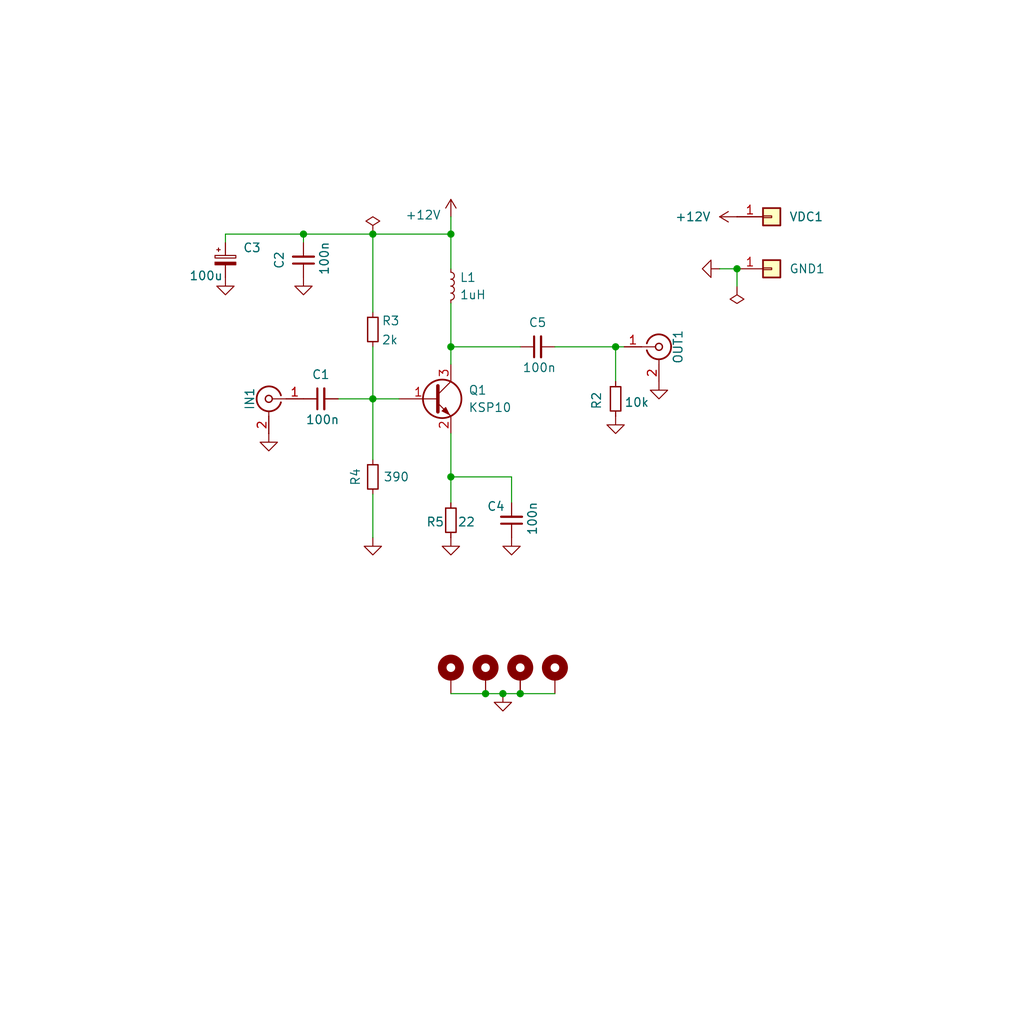
<source format=kicad_sch>
(kicad_sch (version 20240417) (generator "eeschema") (generator_version "8.99")
  (paper "User" 150.012 150.012)
  (title_block (title "Antenna Amplifier") (date "2024-05-29") (rev "0.01") (company "Dhiru Kholia (VU3CER)"))
  (lib_symbols
    (symbol "+12V_1" (power) (pin_numbers hide) (pin_names (offset 0) hide)
      (property "Value" "+12V" (at 0 3.556 0))
      (symbol "+12V_1_0_1"
        (polyline (pts (xy -0.762 1.27) (xy 0 2.54)))
        (polyline (pts (xy 0 2.54) (xy 0.762 1.27)))
        (polyline (pts (xy 0 0) (xy 0 2.54)))
      )
      (symbol "+12V_1_1_1"
        (pin power_in line (at 0 0 90) (length 0) (name "~") (number "1"))
      )
    )
    (symbol "Conn_Coaxial_1" (pin_names (offset 1.016) hide)
      (property "Reference" "J" (at 0.254 3.048 0))
      (property "Value" "Conn_Coaxial" (at 2.921 0 90))
      (symbol "Conn_Coaxial_1_0_1"
        (polyline (pts (xy -2.54 0) (xy -0.508 0)))
        (arc (start 1.778 0) (mid 0.222 -1.8079) (end -1.778 -0.508) (stroke (width 0.254)))
        (arc (start -1.778 0.508) (mid 0.2221 1.8084) (end 1.778 0) (stroke (width 0.254)))
        (circle (center 0 0) (radius 0.508) (stroke (width 0.2032)))
        (polyline (pts (xy 0 -2.54) (xy 0 -1.778)))
      )
      (symbol "Conn_Coaxial_1_1_1"
        (pin passive line (at -5.08 0 0) (length 2.54) (name "In") (number "1"))
        (pin passive line (at 0 -5.08 90) (length 2.54) (name "Ext") (number "2"))
      )
    )
    (symbol "Connector:Conn_Coaxial" (pin_names (offset 1.016) hide)
      (property "Reference" "J" (at 0.254 3.048 0))
      (property "Value" "Conn_Coaxial" (at 2.921 0 90))
      (symbol "Conn_Coaxial_0_1"
        (polyline (pts (xy -2.54 0) (xy -0.508 0)))
        (arc (start 1.778 0) (mid 0.222 -1.8079) (end -1.778 -0.508) (stroke (width 0.254)))
        (arc (start -1.778 0.508) (mid 0.2221 1.8084) (end 1.778 0) (stroke (width 0.254)))
        (circle (center 0 0) (radius 0.508) (stroke (width 0.2032)))
        (polyline (pts (xy 0 -2.54) (xy 0 -1.778)))
      )
      (symbol "Conn_Coaxial_1_1"
        (pin passive line (at -5.08 0 0) (length 2.54) (name "In") (number "1"))
        (pin passive line (at 0 -5.08 90) (length 2.54) (name "Ext") (number "2"))
      )
    )
    (symbol "Connector_Generic:Conn_01x01" (pin_names (offset 1.016) hide)
      (property "Reference" "J" (at 0 2.54 0))
      (property "Value" "Conn_01x01" (at 0 -2.54 0))
      (symbol "Conn_01x01_1_1"
        (rectangle (start -1.27 1.27) (end 1.27 -1.27) (stroke (width 0.254)) (fill (type background)))
        (rectangle (start -1.27 0.127) (end 0 -0.127) (stroke (width 0.1524)))
        (pin passive line (at -5.08 0 0) (length 3.81) (name "Pin_1") (number "1"))
      )
    )
    (symbol "Device:C_Polarized_Small" (pin_numbers hide) (pin_names (offset 0.254) hide)
      (property "Reference" "C" (at 0.254 1.778 0))
      (property "Value" "C_Polarized_Small" (at 0.254 -2.032 0))
      (symbol "C_Polarized_Small_0_1"
        (rectangle (start -1.524 0.6858) (end 1.524 0.3048))
        (rectangle (start -1.524 -0.3048) (end 1.524 -0.6858) (fill (type outline)))
        (polyline (pts (xy -1.27 1.524) (xy -0.762 1.524)))
        (polyline (pts (xy -1.016 1.27) (xy -1.016 1.778)))
      )
      (symbol "C_Polarized_Small_1_1"
        (pin passive line (at 0 2.54 270) (length 1.8542) (name "~") (number "1"))
        (pin passive line (at 0 -2.54 90) (length 1.8542) (name "~") (number "2"))
      )
    )
    (symbol "Device:C_Small" (pin_numbers hide) (pin_names (offset 0.254) hide)
      (property "Reference" "C" (at 0.254 1.778 0))
      (property "Value" "C_Small" (at 0.254 -2.032 0))
      (symbol "C_Small_0_1"
        (polyline (pts (xy -1.524 0.508) (xy 1.524 0.508)) (stroke (width 0.3048)))
        (polyline (pts (xy -1.524 -0.508) (xy 1.524 -0.508)) (stroke (width 0.3302)))
      )
      (symbol "C_Small_1_1"
        (pin passive line (at 0 2.54 270) (length 2.032) (name "~") (number "1"))
        (pin passive line (at 0 -2.54 90) (length 2.032) (name "~") (number "2"))
      )
    )
    (symbol "Device:L_Small" (pin_numbers hide) (pin_names (offset 0.254) hide)
      (property "Reference" "L" (at 0.762 1.016 0))
      (property "Value" "L_Small" (at 0.762 -1.016 0))
      (symbol "L_Small_0_1"
        (arc (start 0 2.032) (mid 0.5058 1.524) (end 0 1.016))
        (arc (start 0 1.016) (mid 0.5058 0.508) (end 0 0))
        (arc (start 0 0) (mid 0.5058 -0.508) (end 0 -1.016))
        (arc (start 0 -1.016) (mid 0.5058 -1.524) (end 0 -2.032))
      )
      (symbol "L_Small_1_1"
        (pin passive line (at 0 2.54 270) (length 0.508) (name "~") (number "1"))
        (pin passive line (at 0 -2.54 90) (length 0.508) (name "~") (number "2"))
      )
    )
    (symbol "Device:Q_NPN_BEC" (pin_names (offset 0) hide)
      (property "Reference" "Q" (at 5.08 1.27 0))
      (property "Value" "Q_NPN_BEC" (at 5.08 -1.27 0))
      (symbol "Q_NPN_BEC_0_1"
        (polyline (pts (xy 0.635 1.905) (xy 0.635 -1.905) (xy 0.635 -1.905)) (stroke (width 0.508)))
        (polyline (pts (xy 0.635 0.635) (xy 2.54 2.54)))
        (polyline (pts (xy 0.635 -0.635) (xy 2.54 -2.54) (xy 2.54 -2.54)))
        (circle (center 1.27 0) (radius 2.8194) (stroke (width 0.254)))
        (polyline (pts (xy 1.27 -1.778) (xy 1.778 -1.27) (xy 2.286 -2.286) (xy 1.27 -1.778) (xy 1.27 -1.778)) (fill (type outline)))
      )
      (symbol "Q_NPN_BEC_1_1"
        (pin input line (at -5.08 0 0) (length 5.715) (name "B") (number "1"))
        (pin passive line (at 2.54 -5.08 90) (length 2.54) (name "E") (number "2"))
        (pin passive line (at 2.54 5.08 270) (length 2.54) (name "C") (number "3"))
      )
    )
    (symbol "Device:R_Small" (pin_numbers hide) (pin_names (offset 0.254) hide)
      (property "Reference" "R" (at 0.762 0.508 0))
      (property "Value" "R_Small" (at 0.762 -1.016 0))
      (symbol "R_Small_0_1"
        (rectangle (start -0.762 1.778) (end 0.762 -1.778) (stroke (width 0.2032)))
      )
      (symbol "R_Small_1_1"
        (pin passive line (at 0 2.54 270) (length 0.762) (name "~") (number "1"))
        (pin passive line (at 0 -2.54 90) (length 0.762) (name "~") (number "2"))
      )
    )
    (symbol "Mechanical:MountingHole_Pad" (pin_numbers hide) (pin_names (offset 1.016) hide)
      (property "Reference" "H" (at 0 6.35 0))
      (property "Value" "MountingHole_Pad" (at 0 4.445 0))
      (symbol "MountingHole_Pad_0_1"
        (circle (center 0 1.27) (radius 1.27) (stroke (width 1.27)))
      )
      (symbol "MountingHole_Pad_1_1"
        (pin input line (at 0 -2.54 90) (length 2.54) (name "1") (number "1"))
      )
    )
    (symbol "PCM_4ms_Power-symbol:PWR_FLAG" (power) (pin_numbers hide) (pin_names (offset 0) hide)
      (property "Value" "PWR_FLAG" (at 0 3.81 0))
      (symbol "PWR_FLAG_0_0"
        (pin power_out line (at 0 0 90) (length 0) (name "pwr") (number "1"))
      )
      (symbol "PWR_FLAG_0_1"
        (polyline (pts (xy 0 0) (xy 0 1.27) (xy -1.016 1.905) (xy 0 2.54) (xy 1.016 1.905) (xy 0 1.27)))
      )
    )
    (symbol "power:+12V" (power) (pin_numbers hide) (pin_names (offset 0) hide)
      (property "Value" "+12V" (at 0 3.556 0))
      (symbol "+12V_0_1"
        (polyline (pts (xy -0.762 1.27) (xy 0 2.54)))
        (polyline (pts (xy 0 2.54) (xy 0.762 1.27)))
        (polyline (pts (xy 0 0) (xy 0 2.54)))
      )
      (symbol "+12V_1_1"
        (pin power_in line (at 0 0 90) (length 0) (name "~") (number "1"))
      )
    )
    (symbol "power:GND" (power) (pin_numbers hide) (pin_names (offset 0) hide)
      (property "Value" "GND" (at 0 -3.81 0))
      (symbol "GND_0_1"
        (polyline (pts (xy 0 0) (xy 0 -1.27) (xy 1.27 -1.27) (xy 0 -2.54) (xy -1.27 -1.27) (xy 0 -1.27)))
      )
      (symbol "GND_1_1"
        (pin power_in line (at 0 0 270) (length 0) (name "~") (number "1"))
      )
    )
    (symbol "power:PWR_FLAG" (power) (pin_numbers hide) (pin_names (offset 0) hide)
      (property "Value" "PWR_FLAG" (at 0 3.81 0))
      (symbol "PWR_FLAG_0_0"
        (pin power_out line (at 0 0 90) (length 0) (name "~") (number "1"))
      )
      (symbol "PWR_FLAG_0_1"
        (polyline (pts (xy 0 0) (xy 0 1.27) (xy -1.016 1.905) (xy 0 2.54) (xy 1.016 1.905) (xy 0 1.27)))
      )
    )
  )
  (junction (at 54.61 58.42))
  (junction (at 107.95 39.37))
  (junction (at 90.17 50.8))
  (junction (at 66.04 69.85))
  (junction (at 44.45 34.29))
  (junction (at 54.61 34.29))
  (junction (at 76.2 101.6))
  (junction (at 66.04 34.29))
  (junction (at 73.66 101.6))
  (junction (at 66.04 50.8))
  (junction (at 71.12 101.6))
  (wire (pts (xy 81.28 50.8) (xy 90.17 50.8)))
  (wire (pts (xy 54.61 34.29) (xy 54.61 45.72)))
  (wire (pts (xy 33.02 35.56) (xy 33.02 34.29)))
  (wire (pts (xy 71.12 101.6) (xy 73.66 101.6)))
  (wire (pts (xy 66.04 44.45) (xy 66.04 50.8)))
  (wire (pts (xy 66.04 31.75) (xy 66.04 34.29)))
  (wire (pts (xy 107.95 39.37) (xy 107.95 41.91)))
  (wire (pts (xy 74.93 73.66) (xy 74.93 69.85)))
  (wire (pts (xy 74.93 69.85) (xy 66.04 69.85)))
  (wire (pts (xy 66.04 50.8) (xy 76.2 50.8)))
  (wire (pts (xy 49.53 58.42) (xy 54.61 58.42)))
  (wire (pts (xy 66.04 101.6) (xy 71.12 101.6)))
  (wire (pts (xy 33.02 34.29) (xy 44.45 34.29)))
  (wire (pts (xy 66.04 34.29) (xy 66.04 39.37)))
  (wire (pts (xy 54.61 67.31) (xy 54.61 58.42)))
  (wire (pts (xy 90.17 55.88) (xy 90.17 50.8)))
  (wire (pts (xy 54.61 34.29) (xy 66.04 34.29)))
  (wire (pts (xy 90.17 50.8) (xy 91.44 50.8)))
  (wire (pts (xy 44.45 34.29) (xy 44.45 35.56)))
  (wire (pts (xy 76.2 101.6) (xy 81.28 101.6)))
  (wire (pts (xy 66.04 53.34) (xy 66.04 50.8)))
  (wire (pts (xy 105.41 39.37) (xy 107.95 39.37)))
  (wire (pts (xy 44.45 34.29) (xy 54.61 34.29)))
  (wire (pts (xy 54.61 72.39) (xy 54.61 78.74)))
  (wire (pts (xy 66.04 63.5) (xy 66.04 69.85)))
  (wire (pts (xy 54.61 58.42) (xy 58.42 58.42)))
  (wire (pts (xy 54.61 50.8) (xy 54.61 58.42)))
  (wire (pts (xy 73.66 101.6) (xy 76.2 101.6)))
  (wire (pts (xy 66.04 69.85) (xy 66.04 73.66)))
  (symbol (lib_id "power:GND") (at 105.41 39.37 270) (unit 1)
    (property "Reference" "#PWR07" (effects (hide yes)))
    (property "Value" "GND" (effects (hide yes)))
    (property "Description" "Power symbol creates a global label with name \"GND\" , ground" (effects (hide yes)))
  )
  (symbol (lib_id "Mechanical:MountingHole_Pad") (at 71.12 99.06 0) (unit 1)
    (property "Reference" "H2" (effects (hide yes)))
    (property "Value" "MountingHole_Pad" (effects (hide yes)))
    (property "Footprint" "MountingHole:MountingHole_2.2mm_M2_Pad_Via" (effects (hide yes)))
  )
  (symbol (lib_id "Device:L_Small") (at 66.04 41.91 0) (unit 1)
    (property "Reference" "L1" (at 67.31 40.6399 0) (effects (justify left)))
    (property "Value" "1uH" (at 67.31 43.1799 0) (effects (justify left)))
    (property "Footprint" "Inductor_THT:L_Axial_L5.3mm_D2.2mm_P2.54mm_Vertical_Vishay_IM-1" (effects (hide yes)))
    (property "Description" "Inductor, small symbol" (effects (hide yes)))
  )
  (symbol (lib_name "Conn_Coaxial_1") (lib_id "Connector:Conn_Coaxial") (at 39.37 58.42 0) (mirror y) (unit 1)
    (property "Reference" "IN1" (at 36.576 58.42 90))
    (property "Value" "SMA" (effects (hide yes)))
    (property "Footprint" "Connector_Coaxial:SMA_Samtec_SMA-J-P-H-ST-EM1_EdgeMount" (effects (hide yes)))
    (property "Description" "coaxial connector (BNC, SMA, SMB, SMC, Cinch/RCA, LEMO, ...)" (effects (hide yes)))
  )
  (symbol (lib_id "Device:Q_NPN_BEC") (at 63.5 58.42 0) (unit 1)
    (property "Reference" "Q1" (at 68.58 57.1499 0) (effects (justify left)))
    (property "Value" "KSP10" (at 68.58 59.6899 0) (effects (justify left)))
    (property "Footprint" "Connector_PinSocket_2.54mm:PinSocket_1x03_P2.54mm_Vertical" (effects (hide yes)))
    (property "Description" "NPN transistor, base/emitter/collector" (effects (hide yes)))
  )
  (symbol (lib_id "Device:C_Small") (at 74.93 76.2 180) (unit 1)
    (property "Reference" "C4" (at 72.644 74.168 0))
    (property "Value" "100n" (at 77.978 75.946 90))
    (property "Footprint" "Capacitor_SMD:C_1206_3216Metric_Pad1.33x1.80mm_HandSolder" (effects (hide yes)))
    (property "Description" "Unpolarized capacitor, small symbol" (effects (hide yes)))
  )
  (symbol (lib_id "Device:R_Small") (at 54.61 69.85 180) (unit 1)
    (property "Reference" "R4" (at 52.07 69.85 90))
    (property "Value" "390" (at 56.134 69.85 0) (effects (justify right)))
    (property "Footprint" "Resistor_SMD:R_1206_3216Metric_Pad1.30x1.75mm_HandSolder" (effects (hide yes)))
  )
  (symbol (lib_id "Mechanical:MountingHole_Pad") (at 81.28 99.06 0) (unit 1)
    (property "Reference" "H4" (effects (hide yes)))
    (property "Value" "MountingHole_Pad" (effects (hide yes)))
    (property "Footprint" "MountingHole:MountingHole_2.2mm_M2_Pad_Via" (effects (hide yes)))
  )
  (symbol (lib_name "+12V_1") (lib_id "power:+12V") (at 66.04 31.75 0) (unit 1)
    (property "Reference" "#PWR04" (effects (hide yes)))
    (property "Value" "+12V" (at 61.976 31.496 0))
    (property "Description" "Power symbol creates a global label with name \"+12V\"" (effects (hide yes)))
  )
  (symbol (lib_id "Device:C_Small") (at 44.45 38.1 180) (unit 1)
    (property "Reference" "C2" (at 40.894 38.1 90))
    (property "Value" "100n" (at 47.498 37.846 90))
    (property "Footprint" "Capacitor_SMD:C_1206_3216Metric_Pad1.33x1.80mm_HandSolder" (effects (hide yes)))
    (property "Description" "Unpolarized capacitor, small symbol" (effects (hide yes)))
  )
  (symbol (lib_id "Mechanical:MountingHole_Pad") (at 66.04 99.06 0) (unit 1)
    (property "Reference" "H1" (effects (hide yes)))
    (property "Value" "MountingHole_Pad" (effects (hide yes)))
    (property "Footprint" "MountingHole:MountingHole_2.2mm_M2_Pad_Via" (effects (hide yes)))
  )
  (symbol (lib_id "power:GND") (at 66.04 78.74 0) (unit 1)
    (property "Reference" "#PWR05" (effects (hide yes)))
    (property "Value" "GND" (effects (hide yes)))
    (property "Description" "Power symbol creates a global label with name \"GND\" , ground" (effects (hide yes)))
  )
  (symbol (lib_id "Device:C_Small") (at 78.74 50.8 90) (unit 1)
    (property "Reference" "C5" (at 78.74 47.244 90))
    (property "Value" "100n" (at 78.994 53.848 90))
    (property "Footprint" "Capacitor_SMD:C_1206_3216Metric_Pad1.33x1.80mm_HandSolder" (effects (hide yes)))
    (property "Description" "Unpolarized capacitor, small symbol" (effects (hide yes)))
  )
  (symbol (lib_id "power:GND") (at 96.52 55.88 0) (mirror y) (unit 1)
    (property "Reference" "#PWR03" (effects (hide yes)))
    (property "Value" "GND" (effects (hide yes)))
    (property "Description" "Power symbol creates a global label with name \"GND\" , ground" (effects (hide yes)))
  )
  (symbol (lib_id "power:GND") (at 54.61 78.74 0) (unit 1)
    (property "Reference" "#PWR09" (effects (hide yes)))
    (property "Value" "GND" (effects (hide yes)))
    (property "Description" "Power symbol creates a global label with name \"GND\" , ground" (effects (hide yes)))
  )
  (symbol (lib_id "power:GND") (at 74.93 78.74 0) (unit 1)
    (property "Reference" "#PWR08" (effects (hide yes)))
    (property "Value" "GND" (effects (hide yes)))
    (property "Description" "Power symbol creates a global label with name \"GND\" , ground" (effects (hide yes)))
  )
  (symbol (lib_id "Device:C_Polarized_Small") (at 33.02 38.1 0) (unit 1)
    (property "Reference" "C3" (at 35.56 36.2838 0) (effects (justify left)))
    (property "Value" "100u" (at 27.686 40.386 0) (effects (justify left)))
    (property "Footprint" "Capacitor_THT:CP_Radial_D4.0mm_P2.00mm" (effects (hide yes)))
    (property "Description" "Polarized capacitor, small symbol" (effects (hide yes)))
  )
  (symbol (lib_id "Mechanical:MountingHole_Pad") (at 76.2 99.06 0) (unit 1)
    (property "Reference" "H3" (effects (hide yes)))
    (property "Value" "MountingHole_Pad" (effects (hide yes)))
    (property "Footprint" "MountingHole:MountingHole_2.2mm_M2_Pad_Via" (effects (hide yes)))
  )
  (symbol (lib_id "power:+12V") (at 107.95 31.75 90) (unit 1)
    (property "Reference" "#PWR06" (effects (hide yes)))
    (property "Value" "+12V" (at 104.14 31.7499 90) (effects (justify left)))
    (property "Description" "Power symbol creates a global label with name \"+12V\"" (effects (hide yes)))
  )
  (symbol (lib_id "Device:R_Small") (at 66.04 76.2 180) (unit 1)
    (property "Reference" "R5" (at 63.754 76.454 0))
    (property "Value" "22" (at 68.326 76.454 0))
    (property "Footprint" "Resistor_SMD:R_1206_3216Metric_Pad1.30x1.75mm_HandSolder" (effects (hide yes)))
  )
  (symbol (lib_id "power:PWR_FLAG") (at 107.95 41.91 180) (unit 1)
    (property "Reference" "#FLG02" (effects (hide yes)))
    (property "Value" "PWR_FLAG" (effects (hide yes)))
    (property "Description" "Special symbol for telling ERC where power comes from" (effects (hide yes)))
  )
  (symbol (lib_id "power:GND") (at 44.45 40.64 0) (unit 1)
    (property "Reference" "#PWR010" (effects (hide yes)))
    (property "Value" "GND" (effects (hide yes)))
    (property "Description" "Power symbol creates a global label with name \"GND\" , ground" (effects (hide yes)))
  )
  (symbol (lib_id "Device:R_Small") (at 54.61 48.26 0) (unit 1)
    (property "Reference" "R3" (at 55.88 46.99 0) (effects (justify left)))
    (property "Value" "2k" (at 55.88 49.784 0) (effects (justify left)))
    (property "Footprint" "Resistor_SMD:R_1206_3216Metric_Pad1.30x1.75mm_HandSolder" (effects (hide yes)))
  )
  (symbol (lib_id "power:GND") (at 39.37 63.5 0) (unit 1)
    (property "Reference" "#PWR02" (effects (hide yes)))
    (property "Value" "GND" (effects (hide yes)))
    (property "Description" "Power symbol creates a global label with name \"GND\" , ground" (effects (hide yes)))
  )
  (symbol (lib_id "Connector_Generic:Conn_01x01") (at 113.03 31.75 0) (unit 1)
    (property "Reference" "VDC1" (at 115.57 31.75 0) (effects (justify left)))
    (property "Value" "Conn_01x01" (effects (hide yes)))
    (property "Footprint" "TestPoint:TestPoint_THTPad_2.5x2.5mm_Drill1.2mm" (effects (hide yes)))
  )
  (symbol (lib_id "power:GND") (at 33.02 40.64 0) (unit 1)
    (property "Reference" "#PWR011" (effects (hide yes)))
    (property "Value" "GND" (effects (hide yes)))
    (property "Description" "Power symbol creates a global label with name \"GND\" , ground" (effects (hide yes)))
  )
  (symbol (lib_id "Device:R_Small") (at 90.17 58.42 180) (unit 1)
    (property "Reference" "R2" (at 87.376 58.674 90))
    (property "Value" "10k" (at 91.44 58.928 0) (effects (justify right)))
    (property "Footprint" "Resistor_SMD:R_1206_3216Metric_Pad1.30x1.75mm_HandSolder" (effects (hide yes)))
  )
  (symbol (lib_id "Device:C_Small") (at 46.99 58.42 90) (unit 1)
    (property "Reference" "C1" (at 46.99 54.864 90))
    (property "Value" "100n" (at 47.244 61.468 90))
    (property "Footprint" "Capacitor_SMD:C_1206_3216Metric_Pad1.33x1.80mm_HandSolder" (effects (hide yes)))
    (property "Description" "Unpolarized capacitor, small symbol" (effects (hide yes)))
  )
  (symbol (lib_id "power:GND") (at 73.66 101.6 0) (unit 1)
    (property "Reference" "#PWR016" (effects (hide yes)))
    (property "Value" "GND" (effects (hide yes)))
    (property "Description" "Power symbol creates a global label with name \"GND\" , ground" (effects (hide yes)))
  )
  (symbol (lib_id "Connector_Generic:Conn_01x01") (at 113.03 39.37 0) (unit 1)
    (property "Reference" "GND1" (at 115.57 39.37 0) (effects (justify left)))
    (property "Value" "Conn_01x01" (effects (hide yes)))
    (property "Footprint" "TestPoint:TestPoint_THTPad_2.5x2.5mm_Drill1.2mm" (effects (hide yes)))
  )
  (symbol (lib_id "power:GND") (at 90.17 60.96 0) (unit 1)
    (property "Reference" "#PWR01" (effects (hide yes)))
    (property "Value" "GND" (effects (hide yes)))
    (property "Description" "Power symbol creates a global label with name \"GND\" , ground" (effects (hide yes)))
  )
  (symbol (lib_id "Connector:Conn_Coaxial") (at 96.52 50.8 0) (unit 1)
    (property "Reference" "OUT1" (at 99.314 50.8 90))
    (property "Value" "SMA" (effects (hide yes)))
    (property "Footprint" "Connector_Coaxial:SMA_Samtec_SMA-J-P-H-ST-EM1_EdgeMount" (effects (hide yes)))
    (property "Description" "coaxial connector (BNC, SMA, SMB, SMC, Cinch/RCA, LEMO, ...)" (effects (hide yes)))
  )
  (symbol (lib_id "PCM_4ms_Power-symbol:PWR_FLAG") (at 54.61 34.29 0) (unit 1)
    (property "Reference" "#FLG01" (effects (hide yes)))
    (property "Value" "PWR_FLAG" (effects (hide yes)))
  )
)
</source>
